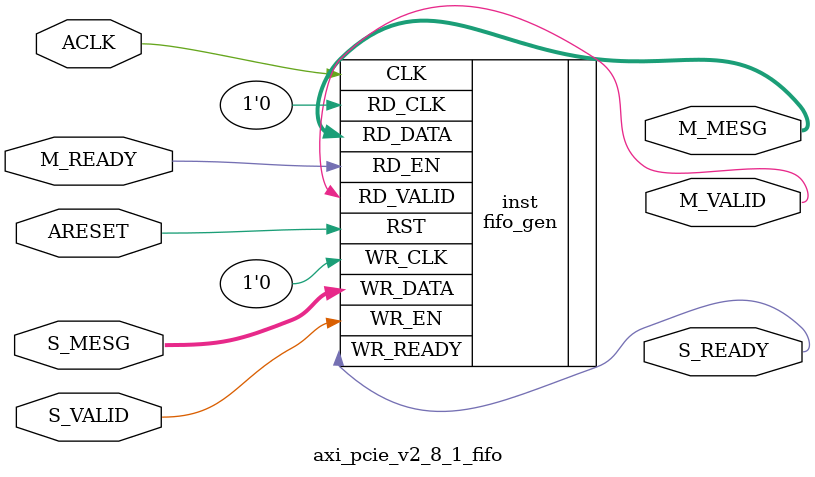
<source format=v>
`timescale 1ns/100ps


module axi_pcie_v2_8_1_fifo #
  (
   parameter         C_FAMILY          = "virtex7",
   parameter integer C_FIFO_DEPTH_LOG  = 5,      // FIFO depth = 2**C_FIFO_DEPTH_LOG
                                                 // Range = [5:9] when TYPE="lut",
                                                 // Range = [5:12] when TYPE="bram",
   parameter integer C_FIFO_WIDTH      = 64,     // Width of payload [1:512]
   parameter         C_FIFO_TYPE       = "lut"   // "lut" = LUT (SRL) based,
                                                 // "bram" = BRAM based
   )
  (
   // Global inputs
   input  wire                        ACLK,    // Clock
   input  wire                        ARESET,  // Reset
   // Slave  Port
   input  wire [C_FIFO_WIDTH-1:0]     S_MESG,  // Payload (may be any set of channel signals)
   input  wire                        S_VALID, // FIFO push
   output wire                        S_READY, // FIFO not full
   // Master  Port
   output wire [C_FIFO_WIDTH-1:0]     M_MESG,  // Payload
   output wire                        M_VALID, // FIFO not empty
   input  wire                        M_READY  // FIFO pop
   );

   fifo_gen #(
     .C_FAMILY(C_FAMILY),
     .C_COMMON_CLOCK(1),
     .C_FIFO_DEPTH_LOG(C_FIFO_DEPTH_LOG),
     .C_FIFO_WIDTH(C_FIFO_WIDTH),
     .C_FIFO_TYPE(C_FIFO_TYPE))
   inst (
     .CLK(ACLK),
     .RST(ARESET),
     .WR_CLK(1'b0),
     .WR_EN(S_VALID),
     .WR_READY(S_READY),
     .WR_DATA(S_MESG),
     .RD_CLK(1'b0),
     .RD_EN(M_READY),
     .RD_VALID(M_VALID),
     .RD_DATA(M_MESG));

endmodule

</source>
